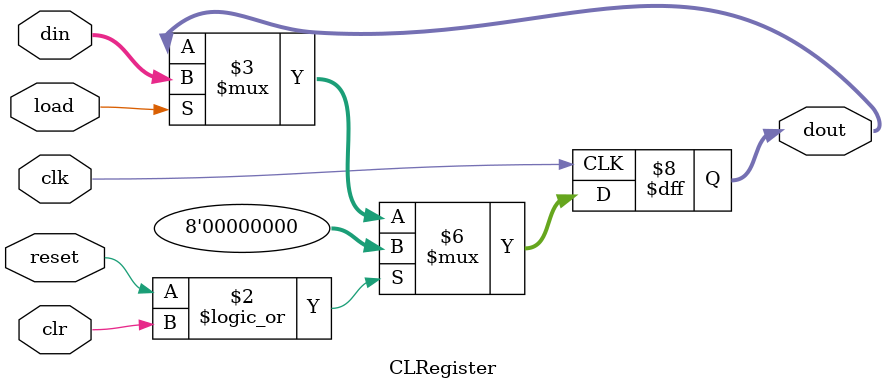
<source format=sv>
/***************************************************************************
*
* Module: CLRegister
*
* Author: Ammon Wolfert
* Date: November 29, 2019
*
* Description: Clearable Loadable Register
*
****************************************************************************/
`default_nettype none

module CLRegister #(parameter WID=8)(
    input wire logic                clk,
    input wire logic                reset,
    input wire logic                clr,
    input wire logic                load,
    input wire logic    [WID-1:0]   din,
    output logic        [WID-1:0]   dout
    );

    always_ff @(posedge clk) begin
        if (reset || clr) begin
            dout <= 0;
        end else if (load) begin
            dout <= din;
        end
    end

endmodule

</source>
